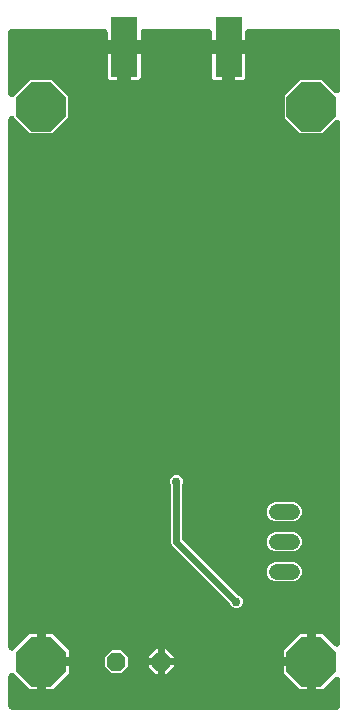
<source format=gbr>
G04 EAGLE Gerber RS-274X export*
G75*
%MOMM*%
%FSLAX34Y34*%
%LPD*%
%INBottom Copper*%
%IPPOS*%
%AMOC8*
5,1,8,0,0,1.08239X$1,22.5*%
G01*
%ADD10R,2.286000X5.080000*%
%ADD11P,4.508804X8X22.500000*%
%ADD12P,1.732040X8X22.500000*%
%ADD13C,1.320800*%
%ADD14C,1.006400*%
%ADD15C,0.756400*%
%ADD16C,0.609600*%

G36*
X288368Y213367D02*
X288368Y213367D01*
X288444Y213365D01*
X288613Y213387D01*
X288784Y213401D01*
X288858Y213419D01*
X288933Y213429D01*
X289097Y213478D01*
X289263Y213519D01*
X289332Y213549D01*
X289406Y213571D01*
X289559Y213647D01*
X289716Y213714D01*
X289780Y213755D01*
X289849Y213788D01*
X289988Y213887D01*
X290132Y213979D01*
X290189Y214030D01*
X290251Y214074D01*
X290372Y214194D01*
X290500Y214308D01*
X290548Y214367D01*
X290602Y214421D01*
X290703Y214559D01*
X290810Y214692D01*
X290847Y214758D01*
X290892Y214819D01*
X290969Y214972D01*
X291054Y215120D01*
X291080Y215192D01*
X291115Y215260D01*
X291166Y215423D01*
X291225Y215583D01*
X291240Y215658D01*
X291263Y215730D01*
X291275Y215835D01*
X291320Y216067D01*
X291327Y216303D01*
X291339Y216408D01*
X291339Y238234D01*
X291336Y238272D01*
X291338Y238310D01*
X291316Y238518D01*
X291299Y238726D01*
X291290Y238763D01*
X291286Y238801D01*
X291231Y239002D01*
X291181Y239205D01*
X291166Y239240D01*
X291155Y239277D01*
X291068Y239467D01*
X290986Y239658D01*
X290966Y239690D01*
X290950Y239725D01*
X290833Y239898D01*
X290721Y240074D01*
X290696Y240103D01*
X290674Y240134D01*
X290531Y240286D01*
X290392Y240442D01*
X290363Y240466D01*
X290337Y240494D01*
X290171Y240621D01*
X290008Y240752D01*
X289975Y240771D01*
X289945Y240794D01*
X289761Y240893D01*
X289580Y240996D01*
X289544Y241009D01*
X289510Y241027D01*
X289313Y241095D01*
X289117Y241168D01*
X289080Y241175D01*
X289044Y241187D01*
X288837Y241222D01*
X288633Y241262D01*
X288595Y241263D01*
X288557Y241270D01*
X288348Y241271D01*
X288140Y241278D01*
X288102Y241273D01*
X288064Y241273D01*
X287857Y241240D01*
X287651Y241213D01*
X287614Y241202D01*
X287577Y241196D01*
X287378Y241131D01*
X287179Y241071D01*
X287144Y241054D01*
X287108Y241042D01*
X286923Y240946D01*
X286735Y240854D01*
X286704Y240832D01*
X286670Y240814D01*
X286598Y240756D01*
X286333Y240568D01*
X286211Y240447D01*
X286137Y240389D01*
X276380Y230631D01*
X270700Y230631D01*
X270700Y253047D01*
X270695Y253103D01*
X270696Y253127D01*
X270694Y253141D01*
X270696Y253199D01*
X270674Y253369D01*
X270660Y253539D01*
X270641Y253613D01*
X270632Y253688D01*
X270582Y253852D01*
X270543Y254011D01*
X270586Y254128D01*
X270601Y254202D01*
X270623Y254275D01*
X270635Y254380D01*
X270681Y254612D01*
X270688Y254848D01*
X270700Y254953D01*
X270700Y277369D01*
X276380Y277369D01*
X286137Y267611D01*
X286166Y267586D01*
X286192Y267558D01*
X286354Y267427D01*
X286513Y267292D01*
X286546Y267272D01*
X286576Y267248D01*
X286756Y267145D01*
X286936Y267037D01*
X286971Y267023D01*
X287004Y267004D01*
X287200Y266931D01*
X287394Y266854D01*
X287431Y266846D01*
X287467Y266832D01*
X287672Y266792D01*
X287876Y266747D01*
X287914Y266745D01*
X287951Y266738D01*
X288159Y266731D01*
X288368Y266719D01*
X288406Y266724D01*
X288444Y266722D01*
X288651Y266750D01*
X288859Y266772D01*
X288895Y266782D01*
X288933Y266787D01*
X289133Y266847D01*
X289334Y266902D01*
X289369Y266918D01*
X289406Y266929D01*
X289593Y267021D01*
X289783Y267108D01*
X289815Y267129D01*
X289849Y267146D01*
X290018Y267267D01*
X290192Y267383D01*
X290220Y267410D01*
X290251Y267432D01*
X290399Y267578D01*
X290552Y267721D01*
X290575Y267752D01*
X290602Y267778D01*
X290725Y267947D01*
X290852Y268113D01*
X290870Y268146D01*
X290892Y268177D01*
X290986Y268363D01*
X291085Y268547D01*
X291098Y268584D01*
X291115Y268618D01*
X291177Y268816D01*
X291245Y269014D01*
X291251Y269052D01*
X291263Y269088D01*
X291273Y269180D01*
X291328Y269500D01*
X291329Y269672D01*
X291339Y269766D01*
X291339Y709571D01*
X291336Y709609D01*
X291338Y709647D01*
X291316Y709855D01*
X291299Y710063D01*
X291290Y710100D01*
X291286Y710138D01*
X291231Y710339D01*
X291181Y710542D01*
X291166Y710577D01*
X291155Y710613D01*
X291068Y710803D01*
X290986Y710995D01*
X290966Y711027D01*
X290950Y711062D01*
X290833Y711235D01*
X290721Y711411D01*
X290696Y711439D01*
X290674Y711471D01*
X290531Y711623D01*
X290392Y711779D01*
X290363Y711803D01*
X290337Y711831D01*
X290171Y711958D01*
X290008Y712089D01*
X289975Y712108D01*
X289945Y712131D01*
X289761Y712230D01*
X289580Y712333D01*
X289544Y712346D01*
X289510Y712364D01*
X289313Y712432D01*
X289117Y712504D01*
X289080Y712512D01*
X289044Y712524D01*
X288837Y712559D01*
X288633Y712599D01*
X288595Y712600D01*
X288557Y712607D01*
X288348Y712608D01*
X288140Y712614D01*
X288102Y712610D01*
X288064Y712610D01*
X287857Y712577D01*
X287651Y712550D01*
X287614Y712539D01*
X287577Y712533D01*
X287378Y712468D01*
X287179Y712408D01*
X287144Y712391D01*
X287108Y712379D01*
X286923Y712282D01*
X286735Y712191D01*
X286704Y712169D01*
X286670Y712151D01*
X286598Y712093D01*
X286333Y711905D01*
X286211Y711784D01*
X286137Y711726D01*
X275959Y701547D01*
X257441Y701547D01*
X244347Y714641D01*
X244347Y733159D01*
X257441Y746253D01*
X275959Y746253D01*
X286137Y736074D01*
X286166Y736050D01*
X286192Y736021D01*
X286354Y735890D01*
X286513Y735755D01*
X286546Y735735D01*
X286576Y735711D01*
X286756Y735608D01*
X286936Y735500D01*
X286971Y735486D01*
X287004Y735467D01*
X287200Y735395D01*
X287394Y735317D01*
X287431Y735309D01*
X287467Y735296D01*
X287672Y735256D01*
X287876Y735210D01*
X287914Y735208D01*
X287951Y735201D01*
X288159Y735194D01*
X288368Y735183D01*
X288406Y735187D01*
X288444Y735186D01*
X288651Y735213D01*
X288859Y735235D01*
X288895Y735245D01*
X288933Y735250D01*
X289133Y735310D01*
X289334Y735366D01*
X289369Y735381D01*
X289406Y735392D01*
X289593Y735484D01*
X289783Y735571D01*
X289815Y735593D01*
X289849Y735609D01*
X290018Y735730D01*
X290192Y735847D01*
X290220Y735873D01*
X290251Y735895D01*
X290399Y736041D01*
X290552Y736184D01*
X290575Y736215D01*
X290602Y736241D01*
X290725Y736410D01*
X290852Y736576D01*
X290870Y736609D01*
X290892Y736640D01*
X290986Y736826D01*
X291085Y737011D01*
X291098Y737047D01*
X291115Y737081D01*
X291177Y737279D01*
X291245Y737477D01*
X291251Y737515D01*
X291263Y737551D01*
X291273Y737644D01*
X291328Y737964D01*
X291329Y738136D01*
X291339Y738229D01*
X291339Y786792D01*
X291333Y786868D01*
X291335Y786944D01*
X291313Y787113D01*
X291299Y787284D01*
X291281Y787358D01*
X291271Y787433D01*
X291222Y787597D01*
X291181Y787763D01*
X291151Y787832D01*
X291129Y787906D01*
X291053Y788059D01*
X290986Y788216D01*
X290945Y788280D01*
X290912Y788349D01*
X290813Y788488D01*
X290721Y788632D01*
X290670Y788689D01*
X290626Y788751D01*
X290506Y788872D01*
X290392Y789000D01*
X290333Y789048D01*
X290279Y789102D01*
X290141Y789203D01*
X290008Y789310D01*
X289942Y789347D01*
X289881Y789392D01*
X289728Y789469D01*
X289580Y789554D01*
X289508Y789580D01*
X289440Y789615D01*
X289277Y789666D01*
X289117Y789725D01*
X289042Y789740D01*
X288970Y789763D01*
X288865Y789775D01*
X288633Y789820D01*
X288397Y789827D01*
X288292Y789839D01*
X213614Y789839D01*
X213538Y789833D01*
X213462Y789835D01*
X213293Y789813D01*
X213122Y789799D01*
X213048Y789781D01*
X212973Y789771D01*
X212809Y789722D01*
X212643Y789681D01*
X212574Y789651D01*
X212500Y789629D01*
X212347Y789553D01*
X212190Y789486D01*
X212126Y789445D01*
X212057Y789412D01*
X211918Y789313D01*
X211774Y789221D01*
X211717Y789170D01*
X211655Y789126D01*
X211534Y789006D01*
X211406Y788892D01*
X211358Y788833D01*
X211304Y788779D01*
X211203Y788641D01*
X211096Y788508D01*
X211059Y788442D01*
X211014Y788381D01*
X210937Y788228D01*
X210852Y788080D01*
X210826Y788008D01*
X210791Y787940D01*
X210740Y787777D01*
X210681Y787617D01*
X210666Y787542D01*
X210643Y787470D01*
X210631Y787365D01*
X210586Y787133D01*
X210579Y786897D01*
X210567Y786792D01*
X210567Y780160D01*
X199263Y780160D01*
X199187Y780154D01*
X199111Y780156D01*
X198942Y780134D01*
X198771Y780120D01*
X198698Y780102D01*
X198622Y780092D01*
X198458Y780043D01*
X198293Y780002D01*
X198223Y779972D01*
X198150Y779950D01*
X197996Y779874D01*
X197839Y779807D01*
X197775Y779766D01*
X197707Y779733D01*
X197567Y779634D01*
X197423Y779542D01*
X197366Y779491D01*
X197304Y779447D01*
X197183Y779327D01*
X197055Y779213D01*
X197007Y779154D01*
X196953Y779100D01*
X196853Y778962D01*
X196745Y778829D01*
X196708Y778763D01*
X196663Y778702D01*
X196599Y778575D01*
X196582Y778601D01*
X196548Y778670D01*
X196450Y778809D01*
X196358Y778953D01*
X196307Y779010D01*
X196263Y779072D01*
X196143Y779193D01*
X196029Y779321D01*
X195970Y779369D01*
X195916Y779423D01*
X195778Y779524D01*
X195645Y779631D01*
X195579Y779668D01*
X195517Y779713D01*
X195365Y779790D01*
X195216Y779875D01*
X195145Y779901D01*
X195077Y779936D01*
X194914Y779987D01*
X194754Y780046D01*
X194679Y780061D01*
X194607Y780084D01*
X194502Y780096D01*
X194270Y780141D01*
X194034Y780148D01*
X193929Y780160D01*
X182625Y780160D01*
X182625Y786792D01*
X182619Y786868D01*
X182621Y786944D01*
X182599Y787113D01*
X182585Y787284D01*
X182567Y787358D01*
X182557Y787433D01*
X182508Y787597D01*
X182467Y787763D01*
X182437Y787832D01*
X182415Y787906D01*
X182339Y788059D01*
X182272Y788216D01*
X182231Y788280D01*
X182198Y788349D01*
X182099Y788488D01*
X182007Y788632D01*
X181956Y788689D01*
X181912Y788751D01*
X181792Y788872D01*
X181678Y789000D01*
X181619Y789048D01*
X181565Y789102D01*
X181427Y789203D01*
X181294Y789310D01*
X181228Y789347D01*
X181167Y789392D01*
X181014Y789469D01*
X180866Y789554D01*
X180794Y789580D01*
X180726Y789615D01*
X180563Y789666D01*
X180403Y789725D01*
X180328Y789740D01*
X180256Y789763D01*
X180151Y789775D01*
X179919Y789820D01*
X179683Y789827D01*
X179578Y789839D01*
X125222Y789839D01*
X125146Y789833D01*
X125070Y789835D01*
X124901Y789813D01*
X124730Y789799D01*
X124656Y789781D01*
X124581Y789771D01*
X124417Y789722D01*
X124251Y789681D01*
X124182Y789651D01*
X124108Y789629D01*
X123955Y789553D01*
X123798Y789486D01*
X123734Y789445D01*
X123665Y789412D01*
X123526Y789313D01*
X123382Y789221D01*
X123325Y789170D01*
X123263Y789126D01*
X123142Y789006D01*
X123014Y788892D01*
X122966Y788833D01*
X122912Y788779D01*
X122811Y788641D01*
X122704Y788508D01*
X122667Y788442D01*
X122622Y788381D01*
X122545Y788228D01*
X122460Y788080D01*
X122434Y788008D01*
X122399Y787940D01*
X122348Y787777D01*
X122289Y787617D01*
X122274Y787542D01*
X122251Y787470D01*
X122239Y787365D01*
X122194Y787133D01*
X122187Y786897D01*
X122175Y786792D01*
X122175Y780160D01*
X110871Y780160D01*
X110795Y780154D01*
X110719Y780156D01*
X110550Y780134D01*
X110379Y780120D01*
X110306Y780102D01*
X110230Y780092D01*
X110066Y780043D01*
X109901Y780002D01*
X109831Y779972D01*
X109758Y779950D01*
X109604Y779874D01*
X109447Y779807D01*
X109383Y779766D01*
X109315Y779733D01*
X109175Y779634D01*
X109031Y779542D01*
X108974Y779491D01*
X108912Y779447D01*
X108791Y779327D01*
X108663Y779213D01*
X108615Y779154D01*
X108561Y779100D01*
X108461Y778962D01*
X108353Y778829D01*
X108316Y778763D01*
X108271Y778702D01*
X108207Y778575D01*
X108190Y778601D01*
X108156Y778670D01*
X108058Y778809D01*
X107966Y778953D01*
X107915Y779010D01*
X107871Y779072D01*
X107751Y779193D01*
X107637Y779321D01*
X107578Y779369D01*
X107524Y779423D01*
X107386Y779524D01*
X107253Y779631D01*
X107187Y779668D01*
X107125Y779713D01*
X106973Y779790D01*
X106824Y779875D01*
X106753Y779901D01*
X106685Y779936D01*
X106522Y779987D01*
X106362Y780046D01*
X106287Y780061D01*
X106215Y780084D01*
X106110Y780096D01*
X105878Y780141D01*
X105642Y780148D01*
X105537Y780160D01*
X94233Y780160D01*
X94233Y786792D01*
X94227Y786868D01*
X94229Y786944D01*
X94207Y787113D01*
X94193Y787284D01*
X94175Y787358D01*
X94165Y787433D01*
X94116Y787597D01*
X94075Y787763D01*
X94045Y787832D01*
X94023Y787906D01*
X93947Y788059D01*
X93880Y788216D01*
X93839Y788280D01*
X93806Y788349D01*
X93707Y788488D01*
X93615Y788632D01*
X93564Y788689D01*
X93520Y788751D01*
X93400Y788872D01*
X93286Y789000D01*
X93227Y789048D01*
X93173Y789102D01*
X93035Y789203D01*
X92902Y789310D01*
X92836Y789347D01*
X92775Y789392D01*
X92622Y789469D01*
X92474Y789554D01*
X92402Y789580D01*
X92334Y789615D01*
X92171Y789666D01*
X92011Y789725D01*
X91936Y789740D01*
X91864Y789763D01*
X91759Y789775D01*
X91527Y789820D01*
X91291Y789827D01*
X91186Y789839D01*
X13208Y789839D01*
X13132Y789833D01*
X13056Y789835D01*
X12887Y789813D01*
X12716Y789799D01*
X12642Y789781D01*
X12567Y789771D01*
X12403Y789722D01*
X12237Y789681D01*
X12168Y789651D01*
X12094Y789629D01*
X11941Y789553D01*
X11784Y789486D01*
X11720Y789445D01*
X11651Y789412D01*
X11512Y789313D01*
X11368Y789221D01*
X11311Y789170D01*
X11249Y789126D01*
X11128Y789006D01*
X11000Y788892D01*
X10952Y788833D01*
X10898Y788779D01*
X10797Y788641D01*
X10690Y788508D01*
X10653Y788442D01*
X10608Y788381D01*
X10531Y788228D01*
X10446Y788080D01*
X10420Y788008D01*
X10385Y787940D01*
X10334Y787777D01*
X10275Y787617D01*
X10260Y787542D01*
X10237Y787470D01*
X10225Y787365D01*
X10180Y787133D01*
X10173Y786897D01*
X10161Y786792D01*
X10161Y734929D01*
X10164Y734891D01*
X10162Y734853D01*
X10184Y734645D01*
X10201Y734437D01*
X10210Y734400D01*
X10214Y734362D01*
X10269Y734161D01*
X10319Y733958D01*
X10334Y733923D01*
X10345Y733887D01*
X10432Y733697D01*
X10514Y733505D01*
X10534Y733473D01*
X10550Y733438D01*
X10667Y733265D01*
X10779Y733089D01*
X10804Y733061D01*
X10826Y733029D01*
X10969Y732877D01*
X11108Y732721D01*
X11137Y732697D01*
X11163Y732669D01*
X11329Y732542D01*
X11492Y732411D01*
X11525Y732392D01*
X11555Y732369D01*
X11739Y732270D01*
X11920Y732167D01*
X11956Y732154D01*
X11990Y732136D01*
X12187Y732068D01*
X12383Y731996D01*
X12420Y731988D01*
X12456Y731976D01*
X12663Y731941D01*
X12867Y731901D01*
X12905Y731900D01*
X12943Y731893D01*
X13152Y731892D01*
X13360Y731886D01*
X13398Y731890D01*
X13436Y731890D01*
X13643Y731923D01*
X13849Y731950D01*
X13886Y731961D01*
X13923Y731967D01*
X14122Y732032D01*
X14321Y732092D01*
X14356Y732109D01*
X14392Y732121D01*
X14577Y732218D01*
X14765Y732309D01*
X14796Y732331D01*
X14830Y732349D01*
X14902Y732407D01*
X15167Y732595D01*
X15289Y732716D01*
X15363Y732774D01*
X28841Y746253D01*
X47359Y746253D01*
X60453Y733159D01*
X60453Y714641D01*
X47359Y701547D01*
X28841Y701547D01*
X15363Y715026D01*
X15334Y715050D01*
X15308Y715079D01*
X15146Y715210D01*
X14987Y715345D01*
X14954Y715365D01*
X14924Y715389D01*
X14744Y715492D01*
X14564Y715600D01*
X14529Y715614D01*
X14496Y715633D01*
X14300Y715706D01*
X14106Y715783D01*
X14069Y715791D01*
X14033Y715804D01*
X13828Y715845D01*
X13624Y715890D01*
X13586Y715892D01*
X13549Y715899D01*
X13341Y715906D01*
X13132Y715917D01*
X13094Y715913D01*
X13056Y715914D01*
X12849Y715887D01*
X12641Y715865D01*
X12605Y715855D01*
X12567Y715850D01*
X12367Y715790D01*
X12166Y715734D01*
X12131Y715719D01*
X12094Y715708D01*
X11907Y715616D01*
X11717Y715529D01*
X11685Y715507D01*
X11651Y715491D01*
X11482Y715370D01*
X11308Y715253D01*
X11280Y715227D01*
X11249Y715205D01*
X11101Y715059D01*
X10948Y714916D01*
X10925Y714885D01*
X10898Y714859D01*
X10775Y714690D01*
X10648Y714524D01*
X10630Y714491D01*
X10608Y714460D01*
X10514Y714274D01*
X10415Y714089D01*
X10402Y714053D01*
X10385Y714019D01*
X10323Y713821D01*
X10255Y713623D01*
X10249Y713585D01*
X10237Y713549D01*
X10227Y713456D01*
X10172Y713136D01*
X10171Y712964D01*
X10161Y712871D01*
X10161Y266466D01*
X10164Y266428D01*
X10162Y266390D01*
X10184Y266182D01*
X10201Y265974D01*
X10210Y265937D01*
X10214Y265899D01*
X10269Y265698D01*
X10319Y265495D01*
X10334Y265460D01*
X10345Y265423D01*
X10432Y265233D01*
X10514Y265042D01*
X10534Y265010D01*
X10550Y264975D01*
X10667Y264802D01*
X10779Y264626D01*
X10804Y264597D01*
X10826Y264566D01*
X10969Y264414D01*
X11108Y264258D01*
X11137Y264234D01*
X11163Y264206D01*
X11329Y264079D01*
X11492Y263948D01*
X11525Y263929D01*
X11555Y263906D01*
X11739Y263807D01*
X11920Y263704D01*
X11956Y263691D01*
X11990Y263673D01*
X12187Y263605D01*
X12383Y263532D01*
X12420Y263525D01*
X12456Y263513D01*
X12663Y263478D01*
X12867Y263438D01*
X12905Y263437D01*
X12943Y263430D01*
X13152Y263429D01*
X13360Y263422D01*
X13398Y263427D01*
X13436Y263427D01*
X13643Y263460D01*
X13849Y263487D01*
X13886Y263498D01*
X13923Y263504D01*
X14122Y263569D01*
X14321Y263629D01*
X14356Y263646D01*
X14392Y263658D01*
X14577Y263754D01*
X14765Y263846D01*
X14796Y263868D01*
X14830Y263886D01*
X14902Y263944D01*
X15167Y264132D01*
X15289Y264253D01*
X15363Y264311D01*
X28420Y277369D01*
X34100Y277369D01*
X34100Y254953D01*
X34106Y254877D01*
X34104Y254801D01*
X34126Y254631D01*
X34140Y254461D01*
X34158Y254387D01*
X34168Y254312D01*
X34218Y254148D01*
X34257Y253989D01*
X34214Y253872D01*
X34199Y253798D01*
X34177Y253725D01*
X34165Y253620D01*
X34119Y253388D01*
X34112Y253152D01*
X34100Y253047D01*
X34100Y230631D01*
X28420Y230631D01*
X15363Y243689D01*
X15334Y243714D01*
X15308Y243742D01*
X15146Y243873D01*
X14987Y244008D01*
X14954Y244028D01*
X14924Y244052D01*
X14744Y244155D01*
X14564Y244263D01*
X14529Y244277D01*
X14496Y244296D01*
X14300Y244369D01*
X14106Y244446D01*
X14069Y244454D01*
X14033Y244468D01*
X13828Y244508D01*
X13624Y244553D01*
X13586Y244555D01*
X13549Y244562D01*
X13341Y244569D01*
X13132Y244581D01*
X13094Y244576D01*
X13056Y244578D01*
X12849Y244550D01*
X12641Y244528D01*
X12605Y244518D01*
X12567Y244513D01*
X12367Y244453D01*
X12166Y244398D01*
X12131Y244382D01*
X12094Y244371D01*
X11907Y244279D01*
X11717Y244192D01*
X11685Y244171D01*
X11651Y244154D01*
X11482Y244033D01*
X11308Y243917D01*
X11280Y243890D01*
X11249Y243868D01*
X11101Y243722D01*
X10948Y243579D01*
X10925Y243548D01*
X10898Y243522D01*
X10775Y243353D01*
X10648Y243187D01*
X10630Y243154D01*
X10608Y243123D01*
X10514Y242937D01*
X10415Y242753D01*
X10402Y242716D01*
X10385Y242682D01*
X10323Y242484D01*
X10255Y242286D01*
X10249Y242248D01*
X10237Y242212D01*
X10227Y242120D01*
X10172Y241800D01*
X10171Y241628D01*
X10161Y241534D01*
X10161Y216408D01*
X10167Y216332D01*
X10165Y216256D01*
X10187Y216087D01*
X10201Y215916D01*
X10219Y215842D01*
X10229Y215767D01*
X10278Y215603D01*
X10319Y215437D01*
X10349Y215368D01*
X10371Y215294D01*
X10447Y215141D01*
X10514Y214984D01*
X10555Y214920D01*
X10588Y214851D01*
X10687Y214712D01*
X10779Y214568D01*
X10830Y214511D01*
X10874Y214449D01*
X10994Y214328D01*
X11108Y214200D01*
X11167Y214152D01*
X11221Y214098D01*
X11359Y213997D01*
X11492Y213890D01*
X11558Y213853D01*
X11619Y213808D01*
X11772Y213731D01*
X11920Y213646D01*
X11992Y213620D01*
X12060Y213585D01*
X12223Y213534D01*
X12383Y213475D01*
X12458Y213460D01*
X12530Y213437D01*
X12635Y213425D01*
X12867Y213380D01*
X13103Y213373D01*
X13208Y213361D01*
X288292Y213361D01*
X288368Y213367D01*
G37*
%LPC*%
G36*
X202144Y299493D02*
X202144Y299493D01*
X200194Y300301D01*
X198701Y301794D01*
X198199Y303006D01*
X198195Y303015D01*
X198192Y303024D01*
X198082Y303235D01*
X197974Y303445D01*
X197968Y303453D01*
X197964Y303461D01*
X197939Y303493D01*
X197681Y303842D01*
X197587Y303933D01*
X197539Y303995D01*
X148523Y353010D01*
X147827Y354690D01*
X147827Y402966D01*
X147826Y402976D01*
X147827Y402986D01*
X147807Y403221D01*
X147787Y403458D01*
X147785Y403467D01*
X147784Y403477D01*
X147773Y403515D01*
X147669Y403937D01*
X147617Y404057D01*
X147595Y404132D01*
X147093Y405344D01*
X147093Y407456D01*
X147901Y409406D01*
X149394Y410899D01*
X151344Y411707D01*
X153456Y411707D01*
X155406Y410899D01*
X156899Y409406D01*
X157707Y407456D01*
X157707Y405344D01*
X157205Y404132D01*
X157202Y404123D01*
X157197Y404114D01*
X157126Y403888D01*
X157053Y403663D01*
X157052Y403653D01*
X157049Y403644D01*
X157044Y403603D01*
X156980Y403175D01*
X156982Y403044D01*
X156973Y402966D01*
X156973Y358756D01*
X156982Y358643D01*
X156981Y358528D01*
X157002Y358397D01*
X157013Y358265D01*
X157040Y358154D01*
X157058Y358041D01*
X157099Y357915D01*
X157131Y357786D01*
X157176Y357681D01*
X157212Y357572D01*
X157274Y357454D01*
X157326Y357332D01*
X157387Y357236D01*
X157440Y357135D01*
X157499Y357061D01*
X157591Y356916D01*
X157807Y356674D01*
X157865Y356602D01*
X204005Y310461D01*
X204013Y310455D01*
X204019Y310448D01*
X204201Y310296D01*
X204381Y310142D01*
X204390Y310137D01*
X204397Y310131D01*
X204432Y310111D01*
X204804Y309887D01*
X204925Y309839D01*
X204994Y309801D01*
X206206Y309299D01*
X207699Y307806D01*
X208507Y305856D01*
X208507Y303744D01*
X207699Y301794D01*
X206206Y300301D01*
X204256Y299493D01*
X202144Y299493D01*
G37*
%LPD*%
%LPC*%
G36*
X235619Y372871D02*
X235619Y372871D01*
X232631Y374109D01*
X230345Y376395D01*
X229107Y379383D01*
X229107Y382617D01*
X230345Y385605D01*
X232631Y387891D01*
X235619Y389129D01*
X252061Y389129D01*
X255049Y387891D01*
X257335Y385605D01*
X258573Y382617D01*
X258573Y379383D01*
X257335Y376395D01*
X255049Y374109D01*
X252061Y372871D01*
X235619Y372871D01*
G37*
%LPD*%
%LPC*%
G36*
X235619Y347471D02*
X235619Y347471D01*
X232631Y348709D01*
X230345Y350995D01*
X229107Y353983D01*
X229107Y357217D01*
X230345Y360205D01*
X232631Y362491D01*
X235619Y363729D01*
X252061Y363729D01*
X255049Y362491D01*
X257335Y360205D01*
X258573Y357217D01*
X258573Y353983D01*
X257335Y350995D01*
X255049Y348709D01*
X252061Y347471D01*
X235619Y347471D01*
G37*
%LPD*%
%LPC*%
G36*
X235619Y322071D02*
X235619Y322071D01*
X232631Y323309D01*
X230345Y325595D01*
X229107Y328583D01*
X229107Y331817D01*
X230345Y334805D01*
X232631Y337091D01*
X235619Y338329D01*
X252061Y338329D01*
X255049Y337091D01*
X257335Y334805D01*
X258573Y331817D01*
X258573Y328583D01*
X257335Y325595D01*
X255049Y323309D01*
X252061Y322071D01*
X235619Y322071D01*
G37*
%LPD*%
%LPC*%
G36*
X97654Y244474D02*
X97654Y244474D01*
X92074Y250054D01*
X92074Y257946D01*
X97654Y263526D01*
X105546Y263526D01*
X111126Y257946D01*
X111126Y250054D01*
X105546Y244474D01*
X97654Y244474D01*
G37*
%LPD*%
%LPC*%
G36*
X42100Y258000D02*
X42100Y258000D01*
X42100Y277369D01*
X47780Y277369D01*
X61469Y263680D01*
X61469Y258000D01*
X42100Y258000D01*
G37*
%LPD*%
%LPC*%
G36*
X243331Y258000D02*
X243331Y258000D01*
X243331Y263680D01*
X257020Y277369D01*
X262700Y277369D01*
X262700Y258000D01*
X243331Y258000D01*
G37*
%LPD*%
%LPC*%
G36*
X42100Y230631D02*
X42100Y230631D01*
X42100Y250000D01*
X61469Y250000D01*
X61469Y244320D01*
X47780Y230631D01*
X42100Y230631D01*
G37*
%LPD*%
%LPC*%
G36*
X257020Y230631D02*
X257020Y230631D01*
X243331Y244320D01*
X243331Y250000D01*
X262700Y250000D01*
X262700Y230631D01*
X257020Y230631D01*
G37*
%LPD*%
%LPC*%
G36*
X202310Y768732D02*
X202310Y768732D01*
X210567Y768732D01*
X210567Y748711D01*
X210394Y748065D01*
X210059Y747486D01*
X209586Y747013D01*
X209007Y746678D01*
X208361Y746505D01*
X202310Y746505D01*
X202310Y768732D01*
G37*
%LPD*%
%LPC*%
G36*
X113918Y768732D02*
X113918Y768732D01*
X122175Y768732D01*
X122175Y748711D01*
X122002Y748065D01*
X121667Y747486D01*
X121194Y747013D01*
X120615Y746678D01*
X119969Y746505D01*
X113918Y746505D01*
X113918Y768732D01*
G37*
%LPD*%
%LPC*%
G36*
X184831Y746505D02*
X184831Y746505D01*
X184185Y746678D01*
X183606Y747013D01*
X183133Y747486D01*
X182798Y748065D01*
X182625Y748711D01*
X182625Y768732D01*
X190882Y768732D01*
X190882Y746505D01*
X184831Y746505D01*
G37*
%LPD*%
%LPC*%
G36*
X96439Y746505D02*
X96439Y746505D01*
X95793Y746678D01*
X95214Y747013D01*
X94741Y747486D01*
X94406Y748065D01*
X94233Y748711D01*
X94233Y768732D01*
X102490Y768732D01*
X102490Y746505D01*
X96439Y746505D01*
G37*
%LPD*%
%LPC*%
G36*
X142747Y257047D02*
X142747Y257047D01*
X142747Y264542D01*
X144067Y264542D01*
X150242Y258367D01*
X150242Y257047D01*
X142747Y257047D01*
G37*
%LPD*%
%LPC*%
G36*
X129158Y257047D02*
X129158Y257047D01*
X129158Y258367D01*
X135333Y264542D01*
X136653Y264542D01*
X136653Y257047D01*
X129158Y257047D01*
G37*
%LPD*%
%LPC*%
G36*
X142747Y243458D02*
X142747Y243458D01*
X142747Y250953D01*
X150242Y250953D01*
X150242Y249633D01*
X144067Y243458D01*
X142747Y243458D01*
G37*
%LPD*%
%LPC*%
G36*
X135333Y243458D02*
X135333Y243458D01*
X129158Y249633D01*
X129158Y250953D01*
X136653Y250953D01*
X136653Y243458D01*
X135333Y243458D01*
G37*
%LPD*%
D10*
X108204Y774446D03*
X196596Y774446D03*
D11*
X38100Y723900D03*
X38100Y254000D03*
X266700Y723900D03*
X266700Y254000D03*
D12*
X101600Y254000D03*
X139700Y254000D03*
D13*
X237236Y355600D02*
X250444Y355600D01*
X250444Y330200D02*
X237236Y330200D01*
X237236Y381000D02*
X250444Y381000D01*
D14*
X127000Y736600D03*
X177800Y736600D03*
X177800Y711200D03*
X127000Y711200D03*
X127000Y685800D03*
X177800Y685800D03*
X127000Y660400D03*
X177800Y660400D03*
X177800Y635000D03*
X127000Y635000D03*
X127000Y609600D03*
X177800Y609600D03*
X241300Y609600D03*
X241300Y571500D03*
X241300Y546100D03*
X177800Y546100D03*
X127000Y546100D03*
X127000Y520700D03*
X177800Y520700D03*
X177800Y482600D03*
X127000Y482600D03*
X50800Y609600D03*
X50800Y571500D03*
X50800Y546100D03*
D15*
X152400Y406400D03*
D16*
X152400Y355600D01*
X203200Y304800D01*
D15*
X203200Y304800D03*
M02*

</source>
